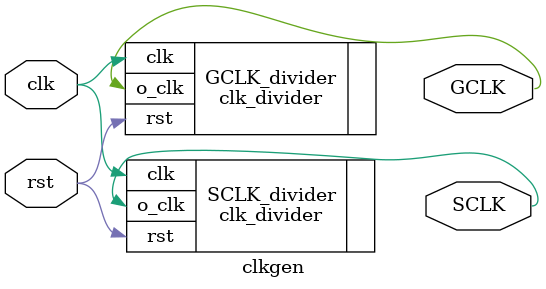
<source format=sv>
`default_nettype none

module clkgen
#(
    parameter SCLK_FACTOR = 8, // SCLK division factor TODO choose value
    parameter GCLK_FACTOR = 4  // GCLK division factor  TODO choose value
)
(
    input wire  clk,
    input wire  rst,
    output wire SCLK,
    output wire GCLK
);

clk_divider
#(
    .FACTOR(SCLK_FACTOR)
)
SCLK_divider
(
    .clk(clk),
    .rst(rst),
    .o_clk(SCLK)
);

clk_divider 
#(
    .FACTOR(GCLK_FACTOR)
)
GCLK_divider
(
    .clk(clk),
    .rst(rst),
    .o_clk(GCLK)
);

endmodule

</source>
